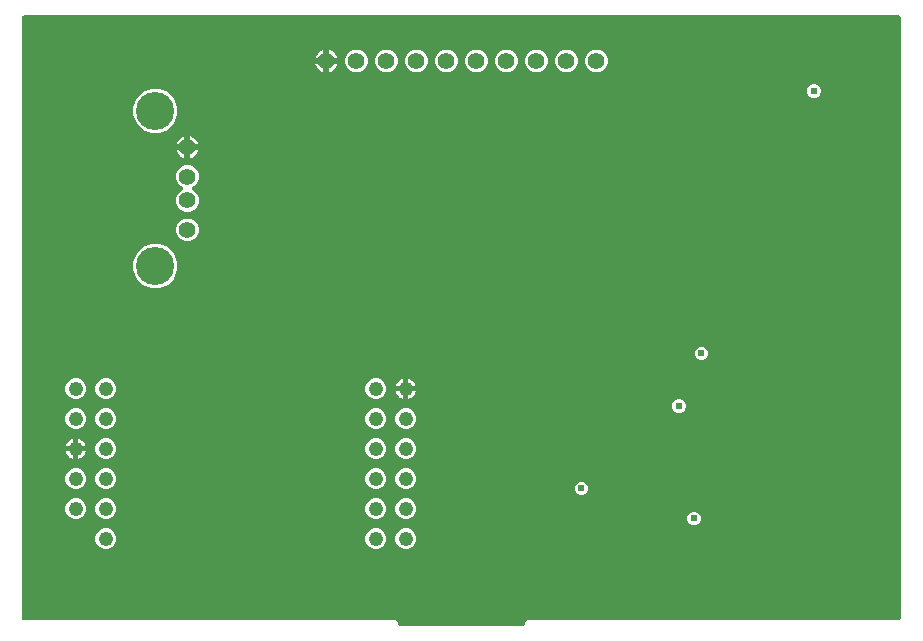
<source format=gbr>
G04 EAGLE Gerber RS-274X export*
G75*
%MOMM*%
%FSLAX34Y34*%
%LPD*%
%INCopper Layer 2*%
%IPPOS*%
%AMOC8*
5,1,8,0,0,1.08239X$1,22.5*%
G01*
%ADD10C,1.422400*%
%ADD11C,1.244600*%
%ADD12C,1.400000*%
%ADD13C,3.220000*%
%ADD14C,0.609600*%

G36*
X426659Y-1897D02*
X426659Y-1897D01*
X426726Y-1900D01*
X426853Y-1878D01*
X426981Y-1864D01*
X427044Y-1844D01*
X427110Y-1833D01*
X427229Y-1785D01*
X427352Y-1746D01*
X427410Y-1714D01*
X427472Y-1689D01*
X427579Y-1618D01*
X427692Y-1555D01*
X427742Y-1511D01*
X427798Y-1475D01*
X427889Y-1384D01*
X427986Y-1299D01*
X428026Y-1246D01*
X428073Y-1199D01*
X428143Y-1091D01*
X428221Y-988D01*
X428249Y-928D01*
X428286Y-872D01*
X428333Y-752D01*
X428388Y-636D01*
X428404Y-571D01*
X428428Y-509D01*
X428440Y-423D01*
X428480Y-257D01*
X428485Y-87D01*
X428497Y0D01*
X428497Y1368D01*
X430432Y3303D01*
X433168Y3303D01*
X433372Y3098D01*
X433449Y3036D01*
X433520Y2965D01*
X433600Y2913D01*
X433675Y2853D01*
X433763Y2807D01*
X433846Y2752D01*
X433936Y2717D01*
X434021Y2673D01*
X434117Y2646D01*
X434209Y2610D01*
X434282Y2600D01*
X434396Y2568D01*
X434636Y2552D01*
X434719Y2541D01*
X744655Y2541D01*
X744721Y2548D01*
X744788Y2545D01*
X744915Y2567D01*
X745043Y2581D01*
X745106Y2601D01*
X745172Y2612D01*
X745291Y2660D01*
X745414Y2699D01*
X745472Y2731D01*
X745534Y2756D01*
X745641Y2827D01*
X745754Y2890D01*
X745804Y2934D01*
X745860Y2970D01*
X745951Y3061D01*
X746048Y3146D01*
X746088Y3199D01*
X746135Y3246D01*
X746205Y3354D01*
X746283Y3457D01*
X746311Y3517D01*
X746348Y3573D01*
X746395Y3693D01*
X746450Y3809D01*
X746466Y3874D01*
X746490Y3936D01*
X746502Y4022D01*
X746542Y4188D01*
X746547Y4358D01*
X746559Y4445D01*
X746559Y512955D01*
X746552Y513021D01*
X746555Y513088D01*
X746533Y513215D01*
X746519Y513343D01*
X746499Y513406D01*
X746488Y513472D01*
X746440Y513591D01*
X746401Y513714D01*
X746369Y513772D01*
X746344Y513834D01*
X746273Y513941D01*
X746210Y514054D01*
X746166Y514104D01*
X746130Y514160D01*
X746039Y514251D01*
X745954Y514348D01*
X745901Y514388D01*
X745854Y514435D01*
X745746Y514505D01*
X745643Y514583D01*
X745583Y514611D01*
X745527Y514648D01*
X745407Y514695D01*
X745291Y514750D01*
X745226Y514766D01*
X745164Y514790D01*
X745078Y514802D01*
X744912Y514842D01*
X744742Y514847D01*
X744655Y514859D01*
X4445Y514859D01*
X4379Y514852D01*
X4312Y514855D01*
X4185Y514833D01*
X4057Y514819D01*
X3994Y514799D01*
X3928Y514788D01*
X3809Y514740D01*
X3686Y514701D01*
X3628Y514669D01*
X3566Y514644D01*
X3459Y514573D01*
X3346Y514510D01*
X3296Y514466D01*
X3240Y514430D01*
X3149Y514339D01*
X3052Y514254D01*
X3012Y514201D01*
X2965Y514154D01*
X2895Y514046D01*
X2817Y513943D01*
X2789Y513883D01*
X2752Y513827D01*
X2705Y513707D01*
X2650Y513591D01*
X2634Y513526D01*
X2610Y513464D01*
X2598Y513378D01*
X2558Y513212D01*
X2553Y513042D01*
X2541Y512955D01*
X2541Y4445D01*
X2548Y4379D01*
X2545Y4312D01*
X2567Y4185D01*
X2581Y4057D01*
X2601Y3994D01*
X2612Y3928D01*
X2660Y3809D01*
X2699Y3686D01*
X2731Y3628D01*
X2756Y3566D01*
X2827Y3459D01*
X2890Y3346D01*
X2934Y3296D01*
X2970Y3240D01*
X3061Y3149D01*
X3146Y3052D01*
X3199Y3012D01*
X3246Y2965D01*
X3354Y2895D01*
X3457Y2817D01*
X3517Y2789D01*
X3573Y2752D01*
X3693Y2705D01*
X3809Y2650D01*
X3874Y2634D01*
X3936Y2610D01*
X4022Y2598D01*
X4188Y2558D01*
X4358Y2553D01*
X4445Y2541D01*
X314581Y2541D01*
X314680Y2551D01*
X314780Y2551D01*
X314874Y2571D01*
X314969Y2581D01*
X315064Y2611D01*
X315161Y2631D01*
X315249Y2670D01*
X315340Y2699D01*
X315427Y2748D01*
X315518Y2787D01*
X315577Y2832D01*
X315680Y2890D01*
X315861Y3048D01*
X315928Y3098D01*
X316132Y3303D01*
X318868Y3303D01*
X320803Y1368D01*
X320803Y0D01*
X320810Y-66D01*
X320807Y-133D01*
X320829Y-260D01*
X320843Y-388D01*
X320863Y-451D01*
X320874Y-517D01*
X320922Y-636D01*
X320961Y-759D01*
X320993Y-817D01*
X321018Y-879D01*
X321089Y-986D01*
X321152Y-1099D01*
X321196Y-1149D01*
X321232Y-1205D01*
X321323Y-1296D01*
X321408Y-1393D01*
X321461Y-1433D01*
X321508Y-1480D01*
X321616Y-1550D01*
X321719Y-1628D01*
X321779Y-1656D01*
X321835Y-1693D01*
X321955Y-1740D01*
X322071Y-1795D01*
X322136Y-1811D01*
X322198Y-1835D01*
X322284Y-1847D01*
X322450Y-1887D01*
X322620Y-1892D01*
X322707Y-1904D01*
X426593Y-1904D01*
X426659Y-1897D01*
G37*
%LPC*%
G36*
X111791Y415359D02*
X111791Y415359D01*
X104940Y418197D01*
X99696Y423441D01*
X96858Y430292D01*
X96858Y437708D01*
X99696Y444559D01*
X104940Y449803D01*
X111791Y452641D01*
X119207Y452641D01*
X126058Y449803D01*
X131302Y444559D01*
X134140Y437708D01*
X134140Y430292D01*
X131302Y423441D01*
X126058Y418197D01*
X119207Y415359D01*
X111791Y415359D01*
G37*
%LPD*%
%LPC*%
G36*
X111791Y283959D02*
X111791Y283959D01*
X104940Y286797D01*
X99696Y292041D01*
X96858Y298892D01*
X96858Y306308D01*
X99696Y313159D01*
X104940Y318403D01*
X111791Y321241D01*
X119207Y321241D01*
X126058Y318403D01*
X131302Y313159D01*
X134140Y306308D01*
X134140Y298892D01*
X131302Y292041D01*
X126058Y286797D01*
X119207Y283959D01*
X111791Y283959D01*
G37*
%LPD*%
%LPC*%
G36*
X140702Y348759D02*
X140702Y348759D01*
X137196Y350212D01*
X134512Y352896D01*
X133059Y356402D01*
X133059Y360198D01*
X134512Y363704D01*
X137196Y366388D01*
X137564Y366541D01*
X137593Y366556D01*
X137625Y366567D01*
X137764Y366649D01*
X137907Y366726D01*
X137932Y366747D01*
X137961Y366764D01*
X138081Y366872D01*
X138205Y366977D01*
X138225Y367003D01*
X138250Y367026D01*
X138345Y367156D01*
X138445Y367284D01*
X138460Y367313D01*
X138480Y367340D01*
X138547Y367488D01*
X138619Y367633D01*
X138627Y367665D01*
X138641Y367695D01*
X138676Y367853D01*
X138717Y368010D01*
X138719Y368043D01*
X138726Y368076D01*
X138728Y368237D01*
X138737Y368399D01*
X138732Y368432D01*
X138732Y368466D01*
X138702Y368624D01*
X138677Y368784D01*
X138665Y368816D01*
X138659Y368848D01*
X138596Y368998D01*
X138539Y369149D01*
X138522Y369177D01*
X138509Y369208D01*
X138417Y369342D01*
X138331Y369479D01*
X138308Y369502D01*
X138289Y369530D01*
X138172Y369642D01*
X138059Y369758D01*
X138032Y369777D01*
X138008Y369800D01*
X137936Y369842D01*
X137737Y369977D01*
X137627Y370023D01*
X137564Y370059D01*
X137196Y370212D01*
X134512Y372896D01*
X133059Y376402D01*
X133059Y380198D01*
X134512Y383704D01*
X137196Y386388D01*
X140702Y387841D01*
X144498Y387841D01*
X148004Y386388D01*
X150688Y383704D01*
X152141Y380198D01*
X152141Y376402D01*
X150688Y372896D01*
X148004Y370212D01*
X147636Y370059D01*
X147607Y370043D01*
X147575Y370033D01*
X147435Y369951D01*
X147293Y369874D01*
X147268Y369853D01*
X147239Y369836D01*
X147119Y369727D01*
X146995Y369623D01*
X146975Y369597D01*
X146950Y369574D01*
X146855Y369444D01*
X146755Y369316D01*
X146740Y369286D01*
X146720Y369259D01*
X146653Y369112D01*
X146581Y368967D01*
X146573Y368935D01*
X146559Y368904D01*
X146524Y368746D01*
X146483Y368590D01*
X146481Y368557D01*
X146474Y368524D01*
X146471Y368362D01*
X146463Y368201D01*
X146468Y368168D01*
X146468Y368134D01*
X146498Y367975D01*
X146523Y367815D01*
X146535Y367784D01*
X146541Y367752D01*
X146604Y367602D01*
X146661Y367451D01*
X146679Y367422D01*
X146691Y367392D01*
X146783Y367258D01*
X146869Y367121D01*
X146893Y367097D01*
X146911Y367070D01*
X147028Y366958D01*
X147141Y366841D01*
X147168Y366823D01*
X147192Y366800D01*
X147264Y366758D01*
X147463Y366623D01*
X147573Y366577D01*
X147636Y366541D01*
X148004Y366388D01*
X150688Y363704D01*
X152141Y360198D01*
X152141Y356402D01*
X150688Y352896D01*
X148004Y350212D01*
X144498Y348759D01*
X140702Y348759D01*
G37*
%LPD*%
%LPC*%
G36*
X410830Y466597D02*
X410830Y466597D01*
X407282Y468067D01*
X404567Y470782D01*
X403097Y474330D01*
X403097Y478170D01*
X404567Y481718D01*
X407282Y484433D01*
X410830Y485903D01*
X414670Y485903D01*
X418218Y484433D01*
X420933Y481718D01*
X422403Y478170D01*
X422403Y474330D01*
X420933Y470782D01*
X418218Y468067D01*
X414670Y466597D01*
X410830Y466597D01*
G37*
%LPD*%
%LPC*%
G36*
X385430Y466597D02*
X385430Y466597D01*
X381882Y468067D01*
X379167Y470782D01*
X377697Y474330D01*
X377697Y478170D01*
X379167Y481718D01*
X381882Y484433D01*
X385430Y485903D01*
X389270Y485903D01*
X392818Y484433D01*
X395533Y481718D01*
X397003Y478170D01*
X397003Y474330D01*
X395533Y470782D01*
X392818Y468067D01*
X389270Y466597D01*
X385430Y466597D01*
G37*
%LPD*%
%LPC*%
G36*
X360030Y466597D02*
X360030Y466597D01*
X356482Y468067D01*
X353767Y470782D01*
X352297Y474330D01*
X352297Y478170D01*
X353767Y481718D01*
X356482Y484433D01*
X360030Y485903D01*
X363870Y485903D01*
X367418Y484433D01*
X370133Y481718D01*
X371603Y478170D01*
X371603Y474330D01*
X370133Y470782D01*
X367418Y468067D01*
X363870Y466597D01*
X360030Y466597D01*
G37*
%LPD*%
%LPC*%
G36*
X487030Y466597D02*
X487030Y466597D01*
X483482Y468067D01*
X480767Y470782D01*
X479297Y474330D01*
X479297Y478170D01*
X480767Y481718D01*
X483482Y484433D01*
X487030Y485903D01*
X490870Y485903D01*
X494418Y484433D01*
X497133Y481718D01*
X498603Y478170D01*
X498603Y474330D01*
X497133Y470782D01*
X494418Y468067D01*
X490870Y466597D01*
X487030Y466597D01*
G37*
%LPD*%
%LPC*%
G36*
X309230Y466597D02*
X309230Y466597D01*
X305682Y468067D01*
X302967Y470782D01*
X301497Y474330D01*
X301497Y478170D01*
X302967Y481718D01*
X305682Y484433D01*
X309230Y485903D01*
X313070Y485903D01*
X316618Y484433D01*
X319333Y481718D01*
X320803Y478170D01*
X320803Y474330D01*
X319333Y470782D01*
X316618Y468067D01*
X313070Y466597D01*
X309230Y466597D01*
G37*
%LPD*%
%LPC*%
G36*
X283830Y466597D02*
X283830Y466597D01*
X280282Y468067D01*
X277567Y470782D01*
X276097Y474330D01*
X276097Y478170D01*
X277567Y481718D01*
X280282Y484433D01*
X283830Y485903D01*
X287670Y485903D01*
X291218Y484433D01*
X293933Y481718D01*
X295403Y478170D01*
X295403Y474330D01*
X293933Y470782D01*
X291218Y468067D01*
X287670Y466597D01*
X283830Y466597D01*
G37*
%LPD*%
%LPC*%
G36*
X436230Y466597D02*
X436230Y466597D01*
X432682Y468067D01*
X429967Y470782D01*
X428497Y474330D01*
X428497Y478170D01*
X429967Y481718D01*
X432682Y484433D01*
X436230Y485903D01*
X440070Y485903D01*
X443618Y484433D01*
X446333Y481718D01*
X447803Y478170D01*
X447803Y474330D01*
X446333Y470782D01*
X443618Y468067D01*
X440070Y466597D01*
X436230Y466597D01*
G37*
%LPD*%
%LPC*%
G36*
X334630Y466597D02*
X334630Y466597D01*
X331082Y468067D01*
X328367Y470782D01*
X326897Y474330D01*
X326897Y478170D01*
X328367Y481718D01*
X331082Y484433D01*
X334630Y485903D01*
X338470Y485903D01*
X342018Y484433D01*
X344733Y481718D01*
X346203Y478170D01*
X346203Y474330D01*
X344733Y470782D01*
X342018Y468067D01*
X338470Y466597D01*
X334630Y466597D01*
G37*
%LPD*%
%LPC*%
G36*
X461630Y466597D02*
X461630Y466597D01*
X458082Y468067D01*
X455367Y470782D01*
X453897Y474330D01*
X453897Y478170D01*
X455367Y481718D01*
X458082Y484433D01*
X461630Y485903D01*
X465470Y485903D01*
X469018Y484433D01*
X471733Y481718D01*
X473203Y478170D01*
X473203Y474330D01*
X471733Y470782D01*
X469018Y468067D01*
X465470Y466597D01*
X461630Y466597D01*
G37*
%LPD*%
%LPC*%
G36*
X140702Y323759D02*
X140702Y323759D01*
X137196Y325212D01*
X134512Y327896D01*
X133059Y331402D01*
X133059Y335198D01*
X134512Y338704D01*
X137196Y341388D01*
X140702Y342841D01*
X144498Y342841D01*
X148004Y341388D01*
X150688Y338704D01*
X152141Y335198D01*
X152141Y331402D01*
X150688Y327896D01*
X148004Y325212D01*
X144498Y323759D01*
X140702Y323759D01*
G37*
%LPD*%
%LPC*%
G36*
X325657Y63036D02*
X325657Y63036D01*
X322436Y64370D01*
X319970Y66836D01*
X318636Y70057D01*
X318636Y73543D01*
X319970Y76764D01*
X322436Y79230D01*
X325657Y80564D01*
X329143Y80564D01*
X332364Y79230D01*
X334830Y76764D01*
X336164Y73543D01*
X336164Y70057D01*
X334830Y66836D01*
X332364Y64370D01*
X329143Y63036D01*
X325657Y63036D01*
G37*
%LPD*%
%LPC*%
G36*
X46257Y164636D02*
X46257Y164636D01*
X43036Y165970D01*
X40570Y168436D01*
X39236Y171657D01*
X39236Y175143D01*
X40570Y178364D01*
X43036Y180830D01*
X46257Y182164D01*
X49743Y182164D01*
X52964Y180830D01*
X55430Y178364D01*
X56764Y175143D01*
X56764Y171657D01*
X55430Y168436D01*
X52964Y165970D01*
X49743Y164636D01*
X46257Y164636D01*
G37*
%LPD*%
%LPC*%
G36*
X71657Y63036D02*
X71657Y63036D01*
X68436Y64370D01*
X65970Y66836D01*
X64636Y70057D01*
X64636Y73543D01*
X65970Y76764D01*
X68436Y79230D01*
X71657Y80564D01*
X75143Y80564D01*
X78364Y79230D01*
X80830Y76764D01*
X82164Y73543D01*
X82164Y70057D01*
X80830Y66836D01*
X78364Y64370D01*
X75143Y63036D01*
X71657Y63036D01*
G37*
%LPD*%
%LPC*%
G36*
X300257Y63036D02*
X300257Y63036D01*
X297036Y64370D01*
X294570Y66836D01*
X293236Y70057D01*
X293236Y73543D01*
X294570Y76764D01*
X297036Y79230D01*
X300257Y80564D01*
X303743Y80564D01*
X306964Y79230D01*
X309430Y76764D01*
X310764Y73543D01*
X310764Y70057D01*
X309430Y66836D01*
X306964Y64370D01*
X303743Y63036D01*
X300257Y63036D01*
G37*
%LPD*%
%LPC*%
G36*
X325657Y113836D02*
X325657Y113836D01*
X322436Y115170D01*
X319970Y117636D01*
X318636Y120857D01*
X318636Y124343D01*
X319970Y127564D01*
X322436Y130030D01*
X325657Y131364D01*
X329143Y131364D01*
X332364Y130030D01*
X334830Y127564D01*
X336164Y124343D01*
X336164Y120857D01*
X334830Y117636D01*
X332364Y115170D01*
X329143Y113836D01*
X325657Y113836D01*
G37*
%LPD*%
%LPC*%
G36*
X46257Y88436D02*
X46257Y88436D01*
X43036Y89770D01*
X40570Y92236D01*
X39236Y95457D01*
X39236Y98943D01*
X40570Y102164D01*
X43036Y104630D01*
X46257Y105964D01*
X49743Y105964D01*
X52964Y104630D01*
X55430Y102164D01*
X56764Y98943D01*
X56764Y95457D01*
X55430Y92236D01*
X52964Y89770D01*
X49743Y88436D01*
X46257Y88436D01*
G37*
%LPD*%
%LPC*%
G36*
X300257Y113836D02*
X300257Y113836D01*
X297036Y115170D01*
X294570Y117636D01*
X293236Y120857D01*
X293236Y124343D01*
X294570Y127564D01*
X297036Y130030D01*
X300257Y131364D01*
X303743Y131364D01*
X306964Y130030D01*
X309430Y127564D01*
X310764Y124343D01*
X310764Y120857D01*
X309430Y117636D01*
X306964Y115170D01*
X303743Y113836D01*
X300257Y113836D01*
G37*
%LPD*%
%LPC*%
G36*
X71657Y113836D02*
X71657Y113836D01*
X68436Y115170D01*
X65970Y117636D01*
X64636Y120857D01*
X64636Y124343D01*
X65970Y127564D01*
X68436Y130030D01*
X71657Y131364D01*
X75143Y131364D01*
X78364Y130030D01*
X80830Y127564D01*
X82164Y124343D01*
X82164Y120857D01*
X80830Y117636D01*
X78364Y115170D01*
X75143Y113836D01*
X71657Y113836D01*
G37*
%LPD*%
%LPC*%
G36*
X46257Y113836D02*
X46257Y113836D01*
X43036Y115170D01*
X40570Y117636D01*
X39236Y120857D01*
X39236Y124343D01*
X40570Y127564D01*
X43036Y130030D01*
X46257Y131364D01*
X49743Y131364D01*
X52964Y130030D01*
X55430Y127564D01*
X56764Y124343D01*
X56764Y120857D01*
X55430Y117636D01*
X52964Y115170D01*
X49743Y113836D01*
X46257Y113836D01*
G37*
%LPD*%
%LPC*%
G36*
X71657Y139236D02*
X71657Y139236D01*
X68436Y140570D01*
X65970Y143036D01*
X64636Y146257D01*
X64636Y149743D01*
X65970Y152964D01*
X68436Y155430D01*
X71657Y156764D01*
X75143Y156764D01*
X78364Y155430D01*
X80830Y152964D01*
X82164Y149743D01*
X82164Y146257D01*
X80830Y143036D01*
X78364Y140570D01*
X75143Y139236D01*
X71657Y139236D01*
G37*
%LPD*%
%LPC*%
G36*
X300257Y190036D02*
X300257Y190036D01*
X297036Y191370D01*
X294570Y193836D01*
X293236Y197057D01*
X293236Y200543D01*
X294570Y203764D01*
X297036Y206230D01*
X300257Y207564D01*
X303743Y207564D01*
X306964Y206230D01*
X309430Y203764D01*
X310764Y200543D01*
X310764Y197057D01*
X309430Y193836D01*
X306964Y191370D01*
X303743Y190036D01*
X300257Y190036D01*
G37*
%LPD*%
%LPC*%
G36*
X71657Y190036D02*
X71657Y190036D01*
X68436Y191370D01*
X65970Y193836D01*
X64636Y197057D01*
X64636Y200543D01*
X65970Y203764D01*
X68436Y206230D01*
X71657Y207564D01*
X75143Y207564D01*
X78364Y206230D01*
X80830Y203764D01*
X82164Y200543D01*
X82164Y197057D01*
X80830Y193836D01*
X78364Y191370D01*
X75143Y190036D01*
X71657Y190036D01*
G37*
%LPD*%
%LPC*%
G36*
X46257Y190036D02*
X46257Y190036D01*
X43036Y191370D01*
X40570Y193836D01*
X39236Y197057D01*
X39236Y200543D01*
X40570Y203764D01*
X43036Y206230D01*
X46257Y207564D01*
X49743Y207564D01*
X52964Y206230D01*
X55430Y203764D01*
X56764Y200543D01*
X56764Y197057D01*
X55430Y193836D01*
X52964Y191370D01*
X49743Y190036D01*
X46257Y190036D01*
G37*
%LPD*%
%LPC*%
G36*
X71657Y88436D02*
X71657Y88436D01*
X68436Y89770D01*
X65970Y92236D01*
X64636Y95457D01*
X64636Y98943D01*
X65970Y102164D01*
X68436Y104630D01*
X71657Y105964D01*
X75143Y105964D01*
X78364Y104630D01*
X80830Y102164D01*
X82164Y98943D01*
X82164Y95457D01*
X80830Y92236D01*
X78364Y89770D01*
X75143Y88436D01*
X71657Y88436D01*
G37*
%LPD*%
%LPC*%
G36*
X300257Y139236D02*
X300257Y139236D01*
X297036Y140570D01*
X294570Y143036D01*
X293236Y146257D01*
X293236Y149743D01*
X294570Y152964D01*
X297036Y155430D01*
X300257Y156764D01*
X303743Y156764D01*
X306964Y155430D01*
X309430Y152964D01*
X310764Y149743D01*
X310764Y146257D01*
X309430Y143036D01*
X306964Y140570D01*
X303743Y139236D01*
X300257Y139236D01*
G37*
%LPD*%
%LPC*%
G36*
X300257Y88436D02*
X300257Y88436D01*
X297036Y89770D01*
X294570Y92236D01*
X293236Y95457D01*
X293236Y98943D01*
X294570Y102164D01*
X297036Y104630D01*
X300257Y105964D01*
X303743Y105964D01*
X306964Y104630D01*
X309430Y102164D01*
X310764Y98943D01*
X310764Y95457D01*
X309430Y92236D01*
X306964Y89770D01*
X303743Y88436D01*
X300257Y88436D01*
G37*
%LPD*%
%LPC*%
G36*
X325657Y88436D02*
X325657Y88436D01*
X322436Y89770D01*
X319970Y92236D01*
X318636Y95457D01*
X318636Y98943D01*
X319970Y102164D01*
X322436Y104630D01*
X325657Y105964D01*
X329143Y105964D01*
X332364Y104630D01*
X334830Y102164D01*
X336164Y98943D01*
X336164Y95457D01*
X334830Y92236D01*
X332364Y89770D01*
X329143Y88436D01*
X325657Y88436D01*
G37*
%LPD*%
%LPC*%
G36*
X325657Y139236D02*
X325657Y139236D01*
X322436Y140570D01*
X319970Y143036D01*
X318636Y146257D01*
X318636Y149743D01*
X319970Y152964D01*
X322436Y155430D01*
X325657Y156764D01*
X329143Y156764D01*
X332364Y155430D01*
X334830Y152964D01*
X336164Y149743D01*
X336164Y146257D01*
X334830Y143036D01*
X332364Y140570D01*
X329143Y139236D01*
X325657Y139236D01*
G37*
%LPD*%
%LPC*%
G36*
X325657Y164636D02*
X325657Y164636D01*
X322436Y165970D01*
X319970Y168436D01*
X318636Y171657D01*
X318636Y175143D01*
X319970Y178364D01*
X322436Y180830D01*
X325657Y182164D01*
X329143Y182164D01*
X332364Y180830D01*
X334830Y178364D01*
X336164Y175143D01*
X336164Y171657D01*
X334830Y168436D01*
X332364Y165970D01*
X329143Y164636D01*
X325657Y164636D01*
G37*
%LPD*%
%LPC*%
G36*
X300257Y164636D02*
X300257Y164636D01*
X297036Y165970D01*
X294570Y168436D01*
X293236Y171657D01*
X293236Y175143D01*
X294570Y178364D01*
X297036Y180830D01*
X300257Y182164D01*
X303743Y182164D01*
X306964Y180830D01*
X309430Y178364D01*
X310764Y175143D01*
X310764Y171657D01*
X309430Y168436D01*
X306964Y165970D01*
X303743Y164636D01*
X300257Y164636D01*
G37*
%LPD*%
%LPC*%
G36*
X71657Y164636D02*
X71657Y164636D01*
X68436Y165970D01*
X65970Y168436D01*
X64636Y171657D01*
X64636Y175143D01*
X65970Y178364D01*
X68436Y180830D01*
X71657Y182164D01*
X75143Y182164D01*
X78364Y180830D01*
X80830Y178364D01*
X82164Y175143D01*
X82164Y171657D01*
X80830Y168436D01*
X78364Y165970D01*
X75143Y164636D01*
X71657Y164636D01*
G37*
%LPD*%
%LPC*%
G36*
X475138Y108711D02*
X475138Y108711D01*
X473084Y109562D01*
X471512Y111134D01*
X470661Y113188D01*
X470661Y115412D01*
X471512Y117466D01*
X473084Y119038D01*
X475138Y119889D01*
X477362Y119889D01*
X479416Y119038D01*
X480988Y117466D01*
X481839Y115412D01*
X481839Y113188D01*
X480988Y111134D01*
X479416Y109562D01*
X477362Y108711D01*
X475138Y108711D01*
G37*
%LPD*%
%LPC*%
G36*
X557688Y178561D02*
X557688Y178561D01*
X555634Y179412D01*
X554062Y180984D01*
X553211Y183038D01*
X553211Y185262D01*
X554062Y187316D01*
X555634Y188888D01*
X557688Y189739D01*
X559912Y189739D01*
X561966Y188888D01*
X563538Y187316D01*
X564389Y185262D01*
X564389Y183038D01*
X563538Y180984D01*
X561966Y179412D01*
X559912Y178561D01*
X557688Y178561D01*
G37*
%LPD*%
%LPC*%
G36*
X671988Y445261D02*
X671988Y445261D01*
X669934Y446112D01*
X668362Y447684D01*
X667511Y449738D01*
X667511Y451962D01*
X668362Y454016D01*
X669934Y455588D01*
X671988Y456439D01*
X674212Y456439D01*
X676266Y455588D01*
X677838Y454016D01*
X678689Y451962D01*
X678689Y449738D01*
X677838Y447684D01*
X676266Y446112D01*
X674212Y445261D01*
X671988Y445261D01*
G37*
%LPD*%
%LPC*%
G36*
X576738Y223011D02*
X576738Y223011D01*
X574684Y223862D01*
X573112Y225434D01*
X572261Y227488D01*
X572261Y229712D01*
X573112Y231766D01*
X574684Y233338D01*
X576738Y234189D01*
X578962Y234189D01*
X581016Y233338D01*
X582588Y231766D01*
X583439Y229712D01*
X583439Y227488D01*
X582588Y225434D01*
X581016Y223862D01*
X578962Y223011D01*
X576738Y223011D01*
G37*
%LPD*%
%LPC*%
G36*
X570388Y83311D02*
X570388Y83311D01*
X568334Y84162D01*
X566762Y85734D01*
X565911Y87788D01*
X565911Y90012D01*
X566762Y92066D01*
X568334Y93638D01*
X570388Y94489D01*
X572612Y94489D01*
X574666Y93638D01*
X576238Y92066D01*
X577089Y90012D01*
X577089Y87788D01*
X576238Y85734D01*
X574666Y84162D01*
X572612Y83311D01*
X570388Y83311D01*
G37*
%LPD*%
%LPC*%
G36*
X262889Y478789D02*
X262889Y478789D01*
X262889Y485574D01*
X264055Y485196D01*
X265409Y484506D01*
X266638Y483613D01*
X267713Y482538D01*
X268606Y481309D01*
X269296Y479955D01*
X269674Y478789D01*
X262889Y478789D01*
G37*
%LPD*%
%LPC*%
G36*
X251026Y478789D02*
X251026Y478789D01*
X251404Y479955D01*
X252094Y481309D01*
X252987Y482538D01*
X254062Y483613D01*
X255291Y484506D01*
X256645Y485196D01*
X257811Y485574D01*
X257811Y478789D01*
X251026Y478789D01*
G37*
%LPD*%
%LPC*%
G36*
X262889Y473711D02*
X262889Y473711D01*
X269674Y473711D01*
X269296Y472545D01*
X268606Y471191D01*
X267713Y469962D01*
X266638Y468887D01*
X265409Y467994D01*
X264055Y467304D01*
X262889Y466926D01*
X262889Y473711D01*
G37*
%LPD*%
%LPC*%
G36*
X256645Y467304D02*
X256645Y467304D01*
X255291Y467994D01*
X254062Y468887D01*
X252987Y469962D01*
X252094Y471191D01*
X251404Y472545D01*
X251026Y473711D01*
X257811Y473711D01*
X257811Y466926D01*
X256645Y467304D01*
G37*
%LPD*%
%LPC*%
G36*
X145099Y405799D02*
X145099Y405799D01*
X145099Y412520D01*
X146263Y412142D01*
X147600Y411460D01*
X148815Y410577D01*
X149877Y409515D01*
X150760Y408300D01*
X151442Y406963D01*
X151820Y405799D01*
X145099Y405799D01*
G37*
%LPD*%
%LPC*%
G36*
X133380Y405799D02*
X133380Y405799D01*
X133758Y406963D01*
X134440Y408300D01*
X135323Y409515D01*
X136385Y410577D01*
X137600Y411460D01*
X138937Y412142D01*
X140101Y412520D01*
X140101Y405799D01*
X133380Y405799D01*
G37*
%LPD*%
%LPC*%
G36*
X145099Y400801D02*
X145099Y400801D01*
X151820Y400801D01*
X151442Y399637D01*
X150760Y398300D01*
X149877Y397085D01*
X148815Y396023D01*
X147600Y395140D01*
X146263Y394458D01*
X145099Y394080D01*
X145099Y400801D01*
G37*
%LPD*%
%LPC*%
G36*
X138937Y394458D02*
X138937Y394458D01*
X137600Y395140D01*
X136385Y396023D01*
X135323Y397085D01*
X134440Y398300D01*
X133758Y399637D01*
X133380Y400801D01*
X140101Y400801D01*
X140101Y394080D01*
X138937Y394458D01*
G37*
%LPD*%
%LPC*%
G36*
X329622Y201022D02*
X329622Y201022D01*
X329622Y207293D01*
X330764Y206922D01*
X331993Y206295D01*
X333109Y205485D01*
X334085Y204509D01*
X334895Y203393D01*
X335522Y202164D01*
X335893Y201022D01*
X329622Y201022D01*
G37*
%LPD*%
%LPC*%
G36*
X50222Y150222D02*
X50222Y150222D01*
X50222Y156493D01*
X51364Y156122D01*
X52593Y155495D01*
X53709Y154685D01*
X54685Y153709D01*
X55495Y152593D01*
X56122Y151364D01*
X56493Y150222D01*
X50222Y150222D01*
G37*
%LPD*%
%LPC*%
G36*
X50222Y145778D02*
X50222Y145778D01*
X56493Y145778D01*
X56122Y144636D01*
X55495Y143407D01*
X54685Y142291D01*
X53709Y141315D01*
X52593Y140505D01*
X51364Y139878D01*
X50222Y139507D01*
X50222Y145778D01*
G37*
%LPD*%
%LPC*%
G36*
X329622Y196578D02*
X329622Y196578D01*
X335893Y196578D01*
X335522Y195436D01*
X334895Y194207D01*
X334085Y193091D01*
X333109Y192115D01*
X331993Y191305D01*
X330764Y190678D01*
X329622Y190307D01*
X329622Y196578D01*
G37*
%LPD*%
%LPC*%
G36*
X39507Y150222D02*
X39507Y150222D01*
X39878Y151364D01*
X40505Y152593D01*
X41315Y153709D01*
X42291Y154685D01*
X43407Y155495D01*
X44636Y156122D01*
X45778Y156493D01*
X45778Y150222D01*
X39507Y150222D01*
G37*
%LPD*%
%LPC*%
G36*
X318907Y201022D02*
X318907Y201022D01*
X319278Y202164D01*
X319905Y203393D01*
X320715Y204509D01*
X321691Y205485D01*
X322807Y206295D01*
X324036Y206922D01*
X325178Y207293D01*
X325178Y201022D01*
X318907Y201022D01*
G37*
%LPD*%
%LPC*%
G36*
X324036Y190678D02*
X324036Y190678D01*
X322807Y191305D01*
X321691Y192115D01*
X320715Y193091D01*
X319905Y194207D01*
X319278Y195436D01*
X318907Y196578D01*
X325178Y196578D01*
X325178Y190307D01*
X324036Y190678D01*
G37*
%LPD*%
%LPC*%
G36*
X44636Y139878D02*
X44636Y139878D01*
X43407Y140505D01*
X42291Y141315D01*
X41315Y142291D01*
X40505Y143407D01*
X39878Y144636D01*
X39507Y145778D01*
X45778Y145778D01*
X45778Y139507D01*
X44636Y139878D01*
G37*
%LPD*%
D10*
X260350Y476250D03*
X285750Y476250D03*
X311150Y476250D03*
X336550Y476250D03*
X361950Y476250D03*
X387350Y476250D03*
X412750Y476250D03*
X438150Y476250D03*
X463550Y476250D03*
X488950Y476250D03*
D11*
X73400Y71800D03*
X48000Y97200D03*
X73400Y97200D03*
X48000Y122600D03*
X73400Y122600D03*
X48000Y148000D03*
X73400Y148000D03*
X48000Y173400D03*
X73400Y173400D03*
X48000Y198800D03*
X73400Y198800D03*
X302000Y71800D03*
X327400Y71800D03*
X302000Y97200D03*
X327400Y97200D03*
X302000Y122600D03*
X327400Y122600D03*
X302000Y148000D03*
X327400Y148000D03*
X302000Y173400D03*
X327400Y173400D03*
X302000Y198800D03*
X327400Y198800D03*
D12*
X142600Y333300D03*
X142600Y358300D03*
X142600Y378300D03*
X142600Y403300D03*
D13*
X115499Y302600D03*
X115499Y434000D03*
D14*
X571500Y88900D03*
X476250Y114300D03*
X577850Y228600D03*
X673100Y450850D03*
X558800Y184150D03*
M02*

</source>
